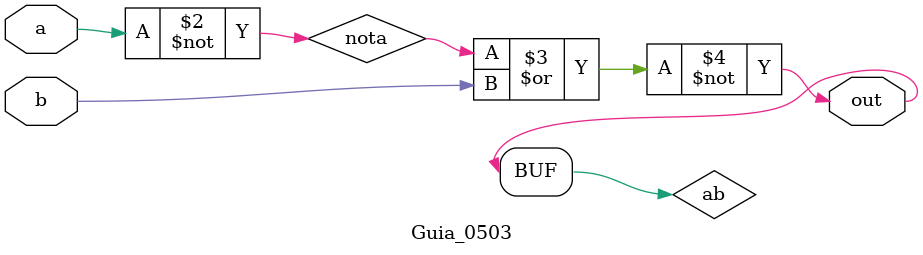
<source format=v>
module Guia_0503 (
    input a,
    input b,
    output out
);

wire nota;
wire ab;

// Porta NOR para ~a
nor (nota, a, a);

// Porta NOR para ~a | b
nor (ab, nota, b);

// Saída
assign out = ab;

endmodule

</source>
